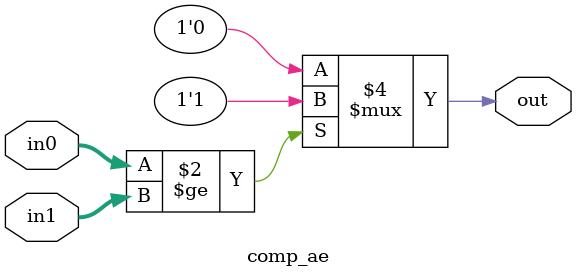
<source format=v>
module comp_ae(input wire [7:0]in0,
					input wire [7:0]in1,
					output reg out);
					
always@( * )		
begin	
if (in0 >= in1)
	out = 1;
else 
	out = 0;
end
endmodule 
</source>
